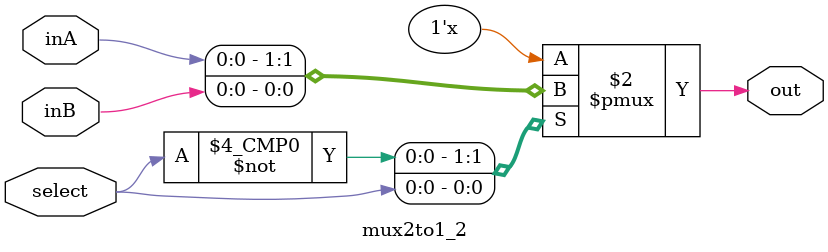
<source format=v>
module mux2to1_2 #(
    parameter WIDTH = 1
    ) (
    input wire [WIDTH - 1:0] inA,
    input wire [WIDTH - 1:0] inB,
    input wire select,
    output reg [WIDTH - 1:0] out
    );
    always @(inA, inB, select) begin
        case(select)
             0 : out = inA;
             1 : out = inB;
             default: out = inA;
        endcase
    end  
endmodule
</source>
